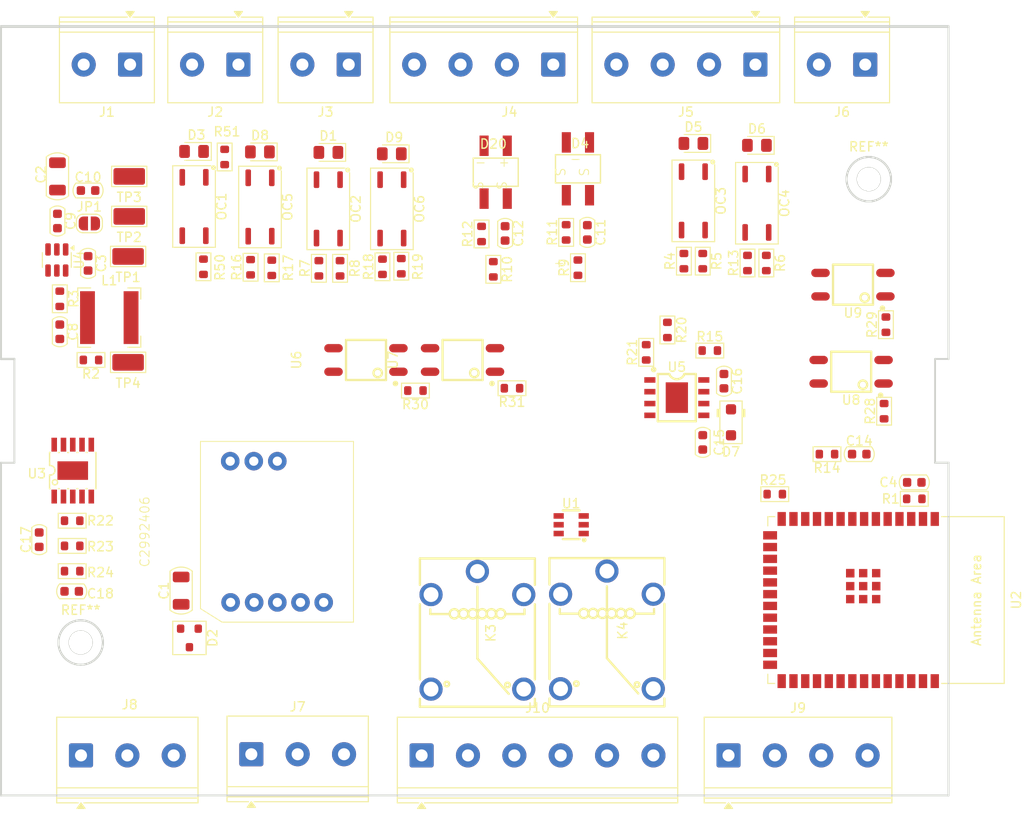
<source format=kicad_pcb>
(kicad_pcb (version 20241229) (generator "pcbnew") (generator_version "9.0")
  (title_block (title "Nivara Contrlols") (date "6/6/2025") (rev "1.0") (company "Electiva ITLA"))
  (layers (0 "F.Cu" signal) (2 "B.Cu" signal) (13 "F.Paste" user) (15 "B.Paste" user) (5 "F.SilkS" user "F.Silkscreen") (7 "B.SilkS" user "B.Silkscreen") (1 "F.Mask" user) (3 "B.Mask" user) (25 "Edge.Cuts" user))
  (net 0 "")
  (net 1 "GND")
  (net 2 "+3.3V")
  (net 3 "VCC")
  (net 4 "Net-(U2-EN)")
  (net 5 "/Board_NIVARA/NPN_input_1")
  (net 6 "/Board_NIVARA/NPN_input_2")
  (net 7 "/Board_NIVARA/PNP_input_2")
  (net 8 "/Board_NIVARA/PNP_input_1")
  (net 9 "/Board_NIVARA/Analog_0-10_input_1")
  (net 10 "/Board_NIVARA/Analog_0-32_input_1")
  (net 11 "/Board_NIVARA/Analog_4-20_input_1")
  (net 12 "/Board_NIVARA/RUN{slash}STOP")
  (net 13 "/Board_NIVARA/RS485-A")
  (net 14 "/Board_NIVARA/RS485-B")
  (net 15 "Net-(U4-BST)")
  (net 16 "/Board_NIVARA/Analog_4_20_OUT_1")
  (net 17 "/Board_NIVARA/PNP_OUT_1")
  (net 18 "/Board_NIVARA/PNP_OUT_2")
  (net 19 "/Board_NIVARA/NPN_OUT_1")
  (net 20 "/Board_NIVARA/NPN_OUT_2")
  (net 21 "/Board_NIVARA/RLY_1_COM")
  (net 22 "/Board_NIVARA/RLY_2_NO")
  (net 23 "/Board_NIVARA/RLY_2_NC")
  (net 24 "/Board_NIVARA/RLY_1_NO")
  (net 25 "/Board_NIVARA/RLY_1_NC")
  (net 26 "/Board_NIVARA/RLY_2_COM")
  (net 27 "Net-(U4-SW)")
  (net 28 "Net-(JP1-A)")
  (net 29 "Net-(U4-FB)")
  (net 30 "/Board_NIVARA/0v__10v_Module/D_0v__10v")
  (net 35 "Net-(D4--)")
  (net 36 "Net-(D20--)")
  (net 37 "/Board_NIVARA/0v__32v__module/D_0v__32v__")
  (net 39 "/Board_NIVARA/Driver_RS485/UART_OUT")
  (net 40 "/Board_NIVARA/Analog_0_10_OUT_1")
  (net 41 "/Board_NIVARA/Driver_RS485/UART_IN")
  (net 42 "Net-(U5-V5V)")
  (net 43 "Net-(U3-V5V)")
  (net 45 "Net-(U3-SET)")
  (net 46 "/Board_NIVARA/Driver_RS485/GPIO_control")
  (net 54 "Net-(D1-K)")
  (net 57 "Net-(D3-K)")
  (net 58 "Net-(D4-+)")
  (net 59 "Net-(D5-K)")
  (net 60 "Net-(D6-K)")
  (net 61 "Net-(D8-K)")
  (net 62 "Net-(D9-K)")
  (net 63 "Net-(D20-+)")
  (net 64 "/Board_NIVARA/+Digit_input_1_+")
  (net 65 "/Board_NIVARA/+Digit_input_2_+")
  (net 66 "/Analof_0_10_OUT_1")
  (net 67 "Net-(U1-1C)")
  (net 68 "Net-(U1-2C)")
  (net 69 "/Board_NIVARA/Input_NPN/NPN-Digit_input_1")
  (net 70 "/Board_NIVARA/Input_PNP/PNP_Digit_1")
  (net 71 "/Board_NIVARA/Digit_module/Digit_input1_--")
  (net 72 "/Board_NIVARA/Digit_module/Digit_input_2--")
  (net 73 "/Board_NIVARA/Input_NPN/NPN-Digit_input_2")
  (net 74 "/Board_NIVARA/Input_PNP/PNP_Digit_2")
  (net 75 "Net-(U5-SEL)")
  (net 76 "/Board_NIVARA/0mA__10mA_module/SCLK")
  (net 77 "/Board_NIVARA/0mA__10mA_module/SDA")
  (net 78 "/Board_NIVARA/Output_NPN/NPN_input_0")
  (net 79 "Net-(R28-Pad2)")
  (net 80 "/Board_NIVARA/Output_NPN/NPN_Input_1")
  (net 81 "Net-(R29-Pad2)")
  (net 82 "Net-(R30-Pad2)")
  (net 83 "/Board_NIVARA/Output_PNP/PNP_input_0")
  (net 84 "/Board_NIVARA/Output_PNP/PNP_input_1")
  (net 85 "Net-(R31-Pad2)")
  (net 86 "/Board_NIVARA/RLY_MODULE/ON_RLY_2")
  (net 87 "/Board_NIVARA/RLY_MODULE/ON_RLY_1")
  (net 90 "/Board_NIVARA/NPN-Digit_1")
  (net 91 "/Board_NIVARA/NPN-Digit_2")
  (footprint "PCM_Resistor_SMD_AKL:R_0603_1608Metric" (layer "F.Cu") (at 77.861 46.753 90)
    (property "Reference" "R12" (at 0 -1.5 90) (layer "F.SilkS"))
    (property "Value" "R_0603" (hide yes))
    (pad "1" smd roundrect (at -0.825 0 90) (size 0.8 0.95) (layers "F.Cu" "F.Mask" "F.Paste") (net 37 "/Board_NIVARA/0v__32v__module/D_0v__32v__"))
    (pad "2" smd roundrect (at 0.825 0 90) (size 0.8 0.95) (layers "F.Cu" "F.Mask" "F.Paste") (net 36 "Net-(D20--)"))
  )
  (footprint "PCM_Package_TO_SOT_SMD_AKL:SOT-23" (layer "F.Cu") (at 46.355 90.346 -90)
    (property "Reference" "D2" (at 0 -2.5 90) (layer "F.SilkS"))
    (property "Value" "SM712" (hide yes))
    (pad "1" smd roundrect (at -1 -0.95 270) (size 0.9 0.8) (layers "F.Cu" "F.Mask" "F.Paste") (net 1 "GND"))
    (pad "2" smd roundrect (at -1 0.95 270) (size 0.9 0.8) (layers "F.Cu" "F.Mask" "F.Paste") (net 2 "+3.3V"))
    (pad "3" smd roundrect (at 1 0 270) (size 0.9 0.8) (layers "F.Cu" "F.Mask" "F.Paste") (net 1 "GND"))
  )
  (footprint "TerminalBlock_Phoenix:TerminalBlock_Phoenix_PT-1,5-4-5.0-H_1x04_P5.00mm_Horizontal" (layer "F.Cu") (at 104.497 103.022)
    (property "Reference" "J9" (at 7.5 -5.12 0) (layer "F.SilkS"))
    (property "Value" "Screw_Terminal_4_P5.00mm")
    (pad "1" thru_hole roundrect (at 0 0) (size 2.6 2.6) (drill 1.3) (layers "*.Cu" "*.Mask") (roundrect_rratio 0.096154) (net 19 "/Board_NIVARA/NPN_OUT_1"))
    (pad "2" thru_hole circle (at 5 0) (size 2.6 2.6) (drill 1.3) (layers "*.Cu" "*.Mask") (net 20 "/Board_NIVARA/NPN_OUT_2"))
    (pad "3" thru_hole circle (at 10 0) (size 2.6 2.6) (drill 1.3) (layers "*.Cu" "*.Mask") (net 17 "/Board_NIVARA/PNP_OUT_1"))
    (pad "4" thru_hole circle (at 15 0) (size 2.6 2.6) (drill 1.3) (layers "*.Cu" "*.Mask") (net 18 "/Board_NIVARA/PNP_OUT_2"))
  )
  (footprint "Diode_SMD:D_0805_2012Metric_Pad1.15x1.40mm_HandSolder" (layer "F.Cu") (at 100.71 36.982 180)
    (property "Reference" "D5" (at 0 1.778 180) (layer "F.SilkS"))
    (property "Value" "DL4007")
    (pad "1" smd roundrect (at -1.025 0 180) (size 1.15 1.4) (layers "F.Cu" "F.Mask" "F.Paste") (roundrect_rratio 0.217391) (net 59 "Net-(D5-K)"))
    (pad "2" smd roundrect (at 1.025 0 180) (size 1.15 1.4) (layers "F.Cu" "F.Mask" "F.Paste") (roundrect_rratio 0.217391) (net 1 "GND"))
  )
  (footprint "PCM_Resistor_SMD_AKL:R_0603_1608Metric" (layer "F.Cu") (at 32.375 53.746 -90)
    (property "Reference" "R3" (at 0 -1.5 90) (layer "F.SilkS"))
    (property "Value" "R_0603" (hide yes))
    (pad "1" smd roundrect (at -0.825 0 270) (size 0.8 0.95) (layers "F.Cu" "F.Mask" "F.Paste") (net 29 "Net-(U4-FB)"))
    (pad "2" smd roundrect (at 0.825 0 270) (size 0.8 0.95) (layers "F.Cu" "F.Mask" "F.Paste") (net 1 "GND"))
  )
  (footprint "TerminalBlock_Phoenix:TerminalBlock_Phoenix_PT-1,5-2-5.0-H_1x02_P5.00mm_Horizontal" (layer "F.Cu") (at 119.243 28.4705 180)
    (property "Reference" "J6" (at 2.5 -5.12 0) (layer "F.SilkS"))
    (property "Value" "Screw_Terminal_2_P5.00mm")
    (pad "1" thru_hole roundrect (at 0 0 180) (size 2.6 2.6) (drill 1.3) (layers "*.Cu" "*.Mask") (roundrect_rratio 0.096154) (net 12 "/Board_NIVARA/RUN{slash}STOP"))
    (pad "2" thru_hole circle (at 5 0 180) (size 2.6 2.6) (drill 1.3) (layers "*.Cu" "*.Mask") (net 1 "GND"))
  )
  (footprint "PCM_Resistor_SMD_AKL:R_0603_1608Metric" (layer "F.Cu") (at 62.601 50.457 90)
    (property "Reference" "R8" (at 0 1.598 90) (layer "F.SilkS"))
    (property "Value" "R_0603" (hide yes))
    (pad "1" smd roundrect (at -0.825 0 90) (size 0.8 0.95) (layers "F.Cu" "F.Mask" "F.Paste") (net 70 "/Board_NIVARA/Input_PNP/PNP_Digit_1"))
    (pad "2" smd roundrect (at 0.825 0 90) (size 0.8 0.95) (layers "F.Cu" "F.Mask" "F.Paste") (net 1 "GND"))
  )
  (footprint "TerminalBlock_Phoenix:TerminalBlock_Phoenix_PT-1,5-6-5.0-H_1x06_P5.00mm_Horizontal" (layer "F.Cu") (at 71.397 103.022)
    (property "Reference" "J10" (at 12.5 -5.12 0) (layer "F.SilkS"))
    (property "Value" "Screw_Terminal_6_P5.00mm")
    (pad "1" thru_hole roundrect (at 0 0) (size 2.6 2.6) (drill 1.3) (layers "*.Cu" "*.Mask") (roundrect_rratio 0.096154) (net 25 "/Board_NIVARA/RLY_1_NC"))
    (pad "2" thru_hole circle (at 5 0) (size 2.6 2.6) (drill 1.3) (layers "*.Cu" "*.Mask") (net 21 "/Board_NIVARA/RLY_1_COM"))
    (pad "3" thru_hole circle (at 10 0) (size 2.6 2.6) (drill 1.3) (layers "*.Cu" "*.Mask") (net 24 "/Board_NIVARA/RLY_1_NO"))
    (pad "4" thru_hole circle (at 15 0) (size 2.6 2.6) (drill 1.3) (layers "*.Cu" "*.Mask") (net 23 "/Board_NIVARA/RLY_2_NC"))
    (pad "5" thru_hole circle (at 20 0) (size 2.6 2.6) (drill 1.3) (layers "*.Cu" "*.Mask") (net 26 "/Board_NIVARA/RLY_2_COM"))
    (pad "6" thru_hole circle (at 25 0) (size 2.6 2.6) (drill 1.3) (layers "*.Cu" "*.Mask") (net 22 "/Board_NIVARA/RLY_2_NO"))
  )
  (footprint "PCM_Capacitor_SMD_AKL:C_0603_1608Metric" (layer "F.Cu") (at 104.003 62.636 -90)
    (property "Reference" "C16" (at 0 -1.43 90) (layer "F.SilkS"))
    (property "Value" "C_0603" (hide yes))
    (pad "1" smd roundrect (at -0.775 0 270) (size 0.9 0.95) (layers "F.Cu" "F.Mask" "F.Paste") (net 42 "Net-(U5-V5V)"))
    (pad "2" smd roundrect (at 0.775 0 270) (size 0.9 0.95) (layers "F.Cu" "F.Mask" "F.Paste") (net 1 "GND"))
  )
  (footprint "PCM_Resistor_SMD_AKL:R_0603_1608Metric" (layer "F.Cu") (at 99.685 49.682 90)
    (property "Reference" "R4" (at 0 -1.5 90) (layer "F.SilkS"))
    (property "Value" "R_0603" (hide yes))
    (pad "1" smd roundrect (at -0.825 0 90) (size 0.8 0.95) (layers "F.Cu" "F.Mask" "F.Paste") (net 64 "/Board_NIVARA/+Digit_input_1_+"))
    (pad "2" smd roundrect (at 0.825 0 90) (size 0.8 0.95) (layers "F.Cu" "F.Mask" "F.Paste") (net 59 "Net-(D5-K)"))
  )
  (footprint "PCM_Resistor_SMD_AKL:R_0603_1608Metric" (layer "F.Cu") (at 33.708 77.696)
    (property "Reference" "R22" (at 3.048 0 0) (layer "F.SilkS"))
    (property "Value" "R_0603" (hide yes))
    (pad "1" smd roundrect (at -0.825 0) (size 0.8 0.95) (layers "F.Cu" "F.Mask" "F.Paste") (net 77 "/Board_NIVARA/0mA__10mA_module/SDA"))
    (pad "2" smd roundrect (at 0.825 0) (size 0.8 0.95) (layers "F.Cu" "F.Mask" "F.Paste") (net 2 "+3.3V"))
  )
  (footprint "EastEDA:LK1802" (layer "F.Cu") (at 87.529 78.13)
    (property "Reference" "U1" (at 0 -2.286 0) (layer "F.SilkS"))
    (property "Value" "LK1802")
    (pad "1" smd rect (at 1.35 0.95) (size 1.1 0.6) (layers "F.Cu" "F.Mask" "F.Paste") (net 67 "Net-(U1-1C)"))
    (pad "2" smd rect (at 1.35 0) (size 1.1 0.6) (layers "F.Cu" "F.Mask" "F.Paste") (net 1 "GND"))
    (pad "3" smd rect (at 1.35 -0.95) (size 1.1 0.6) (layers "F.Cu" "F.Mask" "F.Paste") (net 87 "/Board_NIVARA/RLY_MODULE/ON_RLY_1"))
    (pad "4" smd rect (at -1.35 -0.95) (size 1.1 0.6) (layers "F.Cu" "F.Mask" "F.Paste") (net 86 "/Board_NIVARA/RLY_MODULE/ON_RLY_2"))
    (pad "5" smd rect (at -1.35 0) (size 1.1 0.6) (layers "F.Cu" "F.Mask" "F.Paste") (net 2 "+3.3V"))
    (pad "6" smd rect (at -1.35 0.95) (size 1.1 0.6) (layers "F.Cu" "F.Mask" "F.Paste") (net 68 "Net-(U1-2C)"))
  )
  (footprint "EastEDA:GAQY211G2s" (layer "F.Cu") (at 65.395 60.35 90)
    (property "Reference" "U6" (at 0 -7.5 90) (layer "F.SilkS"))
    (property "Value" "GAQY211G2S")
    (pad "1" smd oval (at -1.27 3.5 90) (size 0.9 2) (layers "F.Cu" "F.Mask" "F.Paste") (net 82 "Net-(R30-Pad2)"))
    (pad "2" smd oval (at 1.27 3.5 90) (size 0.9 2) (layers "F.Cu" "F.Mask" "F.Paste") (net 1 "GND"))
    (pad "3" smd oval (at 1.27 -3.5 90) (size 0.9 2) (layers "F.Cu" "F.Mask" "F.Paste") (net 17 "/Board_NIVARA/PNP_OUT_1"))
    (pad "4" smd oval (at -1.27 -3.5 90) (size 0.9 2) (layers "F.Cu" "F.Mask" "F.Paste") (net 3 "VCC"))
  )
  (footprint "PCM_Capacitor_SMD_AKL:C_1206_3216Metric" (layer "F.Cu") (at 45.461 85.242 90)
    (property "Reference" "C1" (at 0 -1.85 90) (layer "F.SilkS"))
    (property "Value" "C_1206" (hide yes))
    (pad "1" smd roundrect (at -1.475 0 90) (size 1.15 1.8) (layers "F.Cu" "F.Mask" "F.Paste") (roundrect_rratio 0.217391) (net 2 "+3.3V"))
    (pad "2" smd roundrect (at 1.475 0 90) (size 1.15 1.8) (layers "F.Cu" "F.Mask" "F.Paste") (roundrect_rratio 0.217391) (net 1 "GND"))
  )
  (footprint "Inductor_SMD:L_Bourns-SRN6028" (layer "F.Cu") (at 37.709 55.778 180)
    (property "Reference" "L1" (at 0 4 0) (layer "F.SilkS"))
    (property "Value" "L_Iron")
    (pad "1" smd rect (at -2.35 0 180) (size 1.6 5.7) (layers "F.Cu" "F.Mask" "F.Paste") (net 27 "Net-(U4-SW)"))
    (pad "2" smd rect (at 2.35 0 180) (size 1.6 5.7) (layers "F.Cu" "F.Mask" "F.Paste") (net 28 "Net-(JP1-A)"))
  )
  (footprint "TestPoint:TestPoint_Keystone_5015_Micro_Mini" (layer "F.Cu") (at 39.862 44.856 180)
    (property "Reference" "TP2" (at 0 -2.25 0) (layer "F.SilkS"))
    (property "Value" "TestPoint")
    (pad "1" smd roundrect (at 0 0 180) (size 3.4 1.8) (layers "F.Cu" "F.Mask" "F.Paste") (roundrect_rratio 0.1388888889) (net 29 "Net-(U4-FB)"))
  )
  (footprint "Package_TO_SOT_SMD:TSOT-23-6" (layer "F.Cu") (at 32.055 49.5605 -90)
    (property "Reference" "U4" (at 0 -2.4 90) (layer "F.SilkS"))
    (property "Value" "AP63203WU")
    (pad "1" smd roundrect (at -1.1375 -0.95 270) (size 1.325 0.6) (layers "F.Cu" "F.Mask" "F.Paste") (net 29 "Net-(U4-FB)"))
    (pad "2" smd roundrect (at -1.1375 0 270) (size 1.325 0.6) (layers "F.Cu" "F.Mask" "F.Paste") (net 3 "VCC"))
    (pad "3" smd roundrect (at -1.1375 0.95 270) (size 1.325 0.6) (layers "F.Cu" "F.Mask" "F.Paste") (net 3 "VCC"))
    (pad "4" smd roundrect (at 1.1375 0.95 270) (size 1.325 0.6) (layers "F.Cu" "F.Mask" "F.Paste") (net 1 "GND"))
    (pad "5" smd roundrect (at 1.1375 0 270) (size 1.325 0.6) (layers "F.Cu" "F.Mask" "F.Paste") (net 27 "Net-(U4-SW)"))
    (pad "6" smd roundrect (at 1.1375 -0.95 270) (size 1.325 0.6) (layers "F.Cu" "F.Mask" "F.Paste") (net 15 "Net-(U4-BST)"))
  )
  (footprint "PCM_Resistor_SMD_AKL:R_0603_1608Metric" (layer "F.Cu") (at 69.205 50.229 90)
    (property "Reference" "R19" (at -0.063 1.778 270) (layer "F.SilkS"))
    (property "Value" "R_0603" (hide yes))
    (pad "1" smd roundrect (at -0.825 0 90) (size 0.8 0.95) (layers "F.Cu" "F.Mask" "F.Paste") (net 74 "/Board_NIVARA/Input_PNP/PNP_Digit_2"))
    (pad "2" smd roundrect (at 0.825 0 90) (size 0.8 0.95) (layers "F.Cu" "F.Mask" "F.Paste") (net 1 "GND"))
  )
  (footprint "PCM_Resistor_SMD_AKL:R_0603_1608Metric" (layer "F.Cu") (at 50.155 38.443 -90)
    (property "Reference" "R51" (at -2.731 -0.254 180) (layer "F.SilkS"))
    (property "Value" "R_0603" (hide yes))
    (pad "1" smd roundrect (at -0.825 0 270) (size 0.8 0.95) (layers "F.Cu" "F.Mask" "F.Paste") (net 5 "/Board_NIVARA/NPN_input_1"))
    (pad "2" smd roundrect (at 0.825 0 270) (size 0.8 0.95) (layers "F.Cu" "F.Mask" "F.Paste") (net 57 "Net-(D3-K)"))
  )
  (footprint "PCM_Resistor_SMD_AKL:R_0603_1608Metric" (layer "F.Cu") (at 97.907 57.111 90)
    (property "Reference" "R20" (at 0 1.524 90) (layer "F.SilkS"))
    (property "Value" "R_0603" (hide yes))
    (pad "1" smd roundrect (at -0.825 0 90) (size 0.8 0.95) (layers "F.Cu" "F.Mask" "F.Paste") (net 76 "/Board_NIVARA/0mA__10mA_module/SCLK"))
    (pad "2" smd roundrect (at 0.825 0 90) (size 0.8 0.95) (layers "F.Cu" "F.Mask" "F.Paste") (net 2 "+3.3V"))
  )
  (footprint "EastEDA:GAQY211G2s" (layer "F.Cu") (at 117.917 52.222 90)
    (property "Reference" "U9" (at -3.048 0 0) (layer "F.SilkS"))
    (property "Value" "GAQY211G2S")
    (pad "1" smd oval (at -1.27 3.5 90) (size 0.9 2) (layers "F.Cu" "F.Mask" "F.Paste") (net 81 "Net-(R29-Pad2)"))
    (pad "2" smd oval (at 1.27 3.5 90) (size 0.9 2) (layers "F.Cu" "F.Mask" "F.Paste") (net 1 "GND"))
    (pad "3" smd oval (at 1.27 -3.5 90) (size 0.9 2) (layers "F.Cu" "F.Mask" "F.Paste") (net 1 "GND"))
    (pad "4" smd oval (at -1.27 -3.5 90) (size 0.9 2) (layers "F.Cu" "F.Mask" "F.Paste") (net 20 "/Board_NIVARA/NPN_OUT_2"))
  )
  (footprint "EastEDA:GAQY211G2s" (layer "F.Cu") (at 75.809 60.35 90)
    (property "Reference" "U7" (at 0 -7.5 90) (layer "F.SilkS"))
    (property "Value" "GAQY211G2S")
    (pad "1" smd oval (at -1.27 3.5 90) (size 0.9 2) (layers "F.Cu" "F.Mask" "F.Paste") (net 85 "Net-(R31-Pad2)"))
    (pad "2" smd oval (at 1.27 3.5 90) (size 0.9 2) (layers "F.Cu" "F.Mask" "F.Paste") (net 1 "GND"))
    (pad "3" smd oval (at 1.27 -3.5 90) (size 0.9 2) (layers "F.Cu" "F.Mask" "F.Paste") (net 18 "/Board_NIVARA/PNP_OUT_2"))
    (pad "4" smd oval (at -1.27 -3.5 90) (size 0.9 2) (layers "F.Cu" "F.Mask" "F.Paste") (net 3 "VCC"))
  )
  (footprint "PCM_Resistor_SMD_AKL:R_0603_1608Metric" (layer "F.Cu") (at 70.729 63.652 180)
    (property "Reference" "R30" (at 0 -1.5 0) (layer "F.SilkS"))
    (property "Value" "R_0603" (hide yes))
    (pad "1" smd roundrect (at -0.825 0 180) (size 0.8 0.95) (layers "F.Cu" "F.Mask" "F.Paste") (net 83 "/Board_NIVARA/Output_PNP/PNP_input_0"))
    (pad "2" smd roundrect (at 0.825 0 180) (size 0.8 0.95) (layers "F.Cu" "F.Mask" "F.Paste") (net 82 "Net-(R30-Pad2)"))
  )
  (footprint "PCM_Resistor_SMD_AKL:R_0603_1608Metric" (layer "F.Cu") (at 88.255 50.388 90)
    (property "Reference" "R9" (at 0 -1.5 90) (layer "F.SilkS"))
    (property "Value" "R_0603" (hide yes))
    (pad "1" smd roundrect (at -0.825 0 90) (size 0.8 0.95) (layers "F.Cu" "F.Mask" "F.Paste") (net 58 "Net-(D4-+)"))
    (pad "2" smd roundrect (at 0.825 0 90) (size 0.8 0.95) (layers "F.Cu" "F.Mask" "F.Paste") (net 30 "/Board_NIVARA/0v__10v_Module/D_0v__10v"))
  )
  (footprint "PCM_Resistor_SMD_AKL:R_0603_1608Metric" (layer "F.Cu") (at 109.484 74.828 180)
    (property "Reference" "R25" (at 0.191 1.524 0) (layer "F.SilkS"))
    (property "Value" "R_0603" (hide yes))
    (pad "1" smd roundrect (at -0.825 0 180) (size 0.8 0.95) (layers "F.Cu" "F.Mask" "F.Paste") (net 2 "+3.3V"))
    (pad "2" smd roundrect (at 0.825 0 180) (size 0.8 0.95) (layers "F.Cu" "F.Mask" "F.Paste") (net 12 "/Board_NIVARA/RUN{slash}STOP"))
  )
  (footprint "PCM_Resistor_SMD_AKL:R_0603_1608Metric" (layer "F.Cu") (at 86.985 46.578 90)
    (property "Reference" "R11" (at 0 -1.5 90) (layer "F.SilkS"))
    (property "Value" "R_0603" (hide yes))
    (pad "1" smd roundrect (at -0.825 0 90) (size 0.8 0.95) (layers "F.Cu" "F.Mask" "F.Paste") (net 30 "/Board_NIVARA/0v__10v_Module/D_0v__10v"))
    (pad "2" smd roundrect (at 0.825 0 90) (size 0.8 0.95) (layers "F.Cu" "F.Mask" "F.Paste") (net 35 "Net-(D4--)"))
  )
  (footprint "PCM_Capacitor_SMD_AKL:C_0603_1608Metric" (layer "F.Cu") (at 80.401 46.69 -90)
    (property "Reference" "C12" (at 0 -1.43 90) (layer "F.SilkS"))
    (property "Value" "C_0603" (hide yes))
    (pad "1" smd roundrect (at -0.775 0 270) (size 0.9 0.95) (layers "F.Cu" "F.Mask" "F.Paste") (net 36 "Net-(D20--)"))
    (pad "2" smd roundrect (at 0.775 0 270) (size 0.9 0.95) (layers "F.Cu" "F.Mask" "F.Paste") (net 37 "/Board_NIVARA/0v__32v__module/D_0v__32v__"))
  )
  (footprint "PCM_Resistor_SMD_AKL:R_0603_1608Metric" (layer "F.Cu") (at 106.543 49.886 90)
    (property "Reference" "R13" (at 0 -1.5 90) (layer "F.SilkS"))
    (property "Value" "R_0603" (hide yes))
    (pad "1" smd roundrect (at -0.825 0 90) (size 0.8 0.95) (layers "F.Cu" "F.Mask" "F.Paste") (net 2 "+3.3V"))
    (pad "2" smd roundrect (at 0.825 0 90) (size 0.8 0.95) (layers "F.Cu" "F.Mask" "F.Paste") (net 72 "/Board_NIVARA/Digit_module/Digit_input_2--"))
  )
  (footprint "PCM_Resistor_SMD_AKL:R_0603_1608Metric" (layer "F.Cu") (at 35.74 60.35 180)
    (property "Reference" "R2" (at 0 -1.5 0) (layer "F.SilkS"))
    (property "Value" "R_0603" (hide yes))
    (pad "1" smd roundrect (at -0.825 0 180) (size 0.8 0.95) (layers "F.Cu" "F.Mask" "F.Paste") (net 28 "Net-(JP1-A)"))
    (pad "2" smd roundrect (at 0.825 0 180) (size 0.8 0.95) (layers "F.Cu" "F.Mask" "F.Paste") (net 29 "Net-(U4-FB)"))
  )
  (footprint "MountingHole:MountingHole_2.5mm" (layer "F.Cu") (at 34.625 90.84)
    (property "Reference" "REF**" (at 0 -3.5 0) (layer "F.SilkS"))
    (property "Value" "MountingHole_2.5mm")
    (pad "" np_thru_hole circle (at 0 0) (size 2.5 2.5) (drill 2.5) (layers "*.Cu" "*.Mask"))
  )
  (footprint "PCM_Resistor_SMD_AKL:R_0603_1608Metric" (layer "F.Cu") (at 102.479 59.334)
    (property "Reference" "R15" (at 0 -1.5 0) (layer "F.SilkS"))
    (property "Value" "R_0603" (hide yes))
    (pad "1" smd roundrect (at -0.825 0) (size 0.8 0.95) (layers "F.Cu" "F.Mask" "F.Paste") (net 75 "Net-(U5-SEL)"))
    (pad "2" smd roundrect (at 0.825 0) (size 0.8 0.95) (layers "F.Cu" "F.Mask" "F.Paste") (net 42 "Net-(U5-V5V)"))
  )
  (footprint "Diode_SMD:D_0805_2012Metric_Pad1.15x1.40mm_HandSolder" (layer "F.Cu") (at 68.18 38.1 180)
    (property "Reference" "D9" (at -0.254 1.778 0) (layer "F.SilkS"))
    (property "Value" "DL4007")
    (pad "1" smd roundrect (at -1.025 0 180) (size 1.15 1.4) (layers "F.Cu" "F.Mask" "F.Paste") (roundrect_rratio 0.217391) (net 62 "Net-(D9-K)"))
    (pad "2" smd roundrect (at 1.025 0 180) (size 1.15 1.4) (layers "F.Cu" "F.Mask" "F.Paste") (roundrect_rratio 0.217391) (net 1 "GND"))
  )
  (footprint "PCM_Resistor_SMD_AKL:R_0603_1608Metric" (layer "F.Cu") (at 33.708 83.136)
    (property "Reference" "R24" (at 3.048 0.148 0) (layer "F.SilkS"))
    (property "Value" "R_0603" (hide yes))
    (pad "1" smd roundrect (at -0.825 0) (size 0.8 0.95) (layers "F.Cu" "F.Mask" "F.Paste") (net 1 "GND"))
    (pad "2" smd roundrect (at 0.825 0) (size 0.8 0.95) (layers "F.Cu" "F.Mask" "F.Paste") (net 45 "Net-(U3-SET)"))
  )
  (footprint "EastEDA:MBF-SMD_L4.7-W3.8-P2.50-LS6.8-BL" (layer "F.Cu") (at 88.255 39.72)
    (property "Reference" "D4" (at 0.234 -2.738 0) (layer "F.SilkS"))
    (property "Value" "MB24F_C7427849")
    (fp_text user "+" (at -2.703 10.143 180) (layer "F.SilkS") (effects (font (thickness 0.1)) (justify left)))
    (fp_text user "-" (at -0.94 -1.08 180) (layer "F.SilkS") (effects (font (thickness 0.1)) (justify left)))
    (fp_text user "S" (at 0.69 0.89 270) (layer "F.SilkS") (effects (font (thickness 0.1)) (justify left)))
    (fp_text user "S" (at -1.85 0.89 270) (layer "F.SilkS") (effects (font (thickness 0.1)) (justify left)))
    (pad "1" smd rect (at -1.25 2.85) (size 0.98 2.21) (layers "F.Cu" "F.Mask" "F.Paste") (net 35 "Net-(D4--)"))
    (pad "2" smd rect (at 1.25 2.85) (size 0.98 2.21) (layers "F.Cu" "F.Mask" "F.Paste") (net 58 "Net-(D4-+)"))
    (pad "3" smd rect (at 1.25 -2.85) (size 0.98 2.21) (layers "F.Cu" "F.Mask" "F.Paste") (net 9 "/Board_NIVARA/Analog_0-10_input_1"))
    (pad "4" smd rect (at -1.25 -2.85) (size 0.98 2.21) (layers "F.Cu" "F.Mask" "F.Paste") (net 1 "GND"))
  )
  (footprint "EastEDA:GP8303-TC50-EW" (layer "F.Cu") (at 98.923 64.414 -90)
    (property "Reference" "U5" (at -3.302 0 180) (layer "F.SilkS"))
    (property "Value" "GP8201S-TC50-EW")
    (pad "1" smd rect (at -1.91 2.91 270) (size 0.6 1.2) (layers "F.Cu" "F.Mask" "F.Paste") (net 76 "/Board_NIVARA/0mA__10mA_module/SCLK"))
    (pad "2" smd rect (at -0.64 2.91 270) (size 0.6 1.2) (layers "F.Cu" "F.Mask" "F.Paste") (net 77 "/Board_NIVARA/0mA__10mA_module/SDA"))
    (pad "3" smd rect (at 0.64 2.91 270) (size 0.6 1.2) (layers "F.Cu" "F.Mask" "F.Paste"))
    (pad "4" smd rect (at 1.91 2.91 270) (size 0.6 1.2) (layers "F.Cu" "F.Mask" "F.Paste") (net 3 "VCC"))
    (pad "5" smd rect (at 1.91 -2.91 270) (size 0.6 1.2) (layers "F.Cu" "F.Mask" "F.Paste") (net 1 "GND"))
    (pad "6" smd rect (at 0.64 -2.91 270) (size 0.6 1.2) (layers "F.Cu" "F.Mask" "F.Paste") (net 40 "/Board_NIVARA/Analog_0_10_OUT_1"))
    (pad "7" smd rect (at -0.64 -2.91 270) (size 0.6 1.2) (layers "F.Cu" "F.Mask" "F.Paste") (net 75 "Net-(U5-SEL)"))
    (pad "8" smd rect (at -1.91 -2.91 270) (size 0.6 1.2) (layers "F.Cu" "F.Mask" "F.Paste") (net 42 "Net-(U5-V5V)"))
    (pad "9" smd rect (at 0 0 90) (size 3.3 2.4) (layers "F.Cu" "F.Mask" "F.Paste"))
  )
  (footprint "PCM_Package_SO_AKL:SO-4_4.4x3.9mm_P2.54mm" (layer "F.Cu") (at 61.331 44.044 -90)
    (property "Reference" "OC2" (at 0 -2.9775 90) (layer "F.SilkS"))
    (property "Value" "LTV-357T-B" (hide yes))
    (pad "1" smd roundrect (at -3.15 -1.27 270) (size 1.8 0.6) (layers "F.Cu" "F.Mask" "F.Paste") (net 54 "Net-(D1-K)"))
    (pad "2" smd roundrect (at -3.15 1.27 270) (size 1.8 0.6) (layers "F.Cu" "F.Mask" "F.Paste") (net 1 "GND"))
    (pad "3" smd roundrect (at 3.15 1.27 270) (size 1.8 0.6) (layers "F.Cu" "F.Mask" "F.Paste") (net 70 "/Board_NIVARA/Input_PNP/PNP_Digit_1"))
    (pad "4" smd roundrect (at 3.15 -1.27 270) (size 1.8 0.6) (layers "F.Cu" "F.Mask" "F.Paste") (net 2 "+3.3V"))
  )
  (footprint "PCM_Capacitor_SMD_AKL:C_0603_1608Metric" (layer "F.Cu") (at 35.423 49.923 -90)
    (property "Reference" "C3" (at 0 -1.43 90) (layer "F.SilkS"))
    (property "Value" "C_0603" (hide yes))
    (pad "1" smd roundrect (at -0.775 0 270) (size 0.9 0.95) (layers "F.Cu" "F.Mask" "F.Paste") (net 27 "Net-(U4-SW)"))
    (pad "2" smd roundrect (at 0.775 0 270) (size 0.9 0.95) (layers "F.Cu" "F.Mask" "F.Paste") (net 15 "Net-(U4-BST)"))
  )
  (footprint "PCM_Package_SO_AKL:SO-4_4.4x3.9mm_P2.54mm" (layer "F.Cu") (at 68.189 44.044 -90)
    (property "Reference" "OC6" (at 0 -2.9775 90) (layer "F.SilkS"))
    (property "Value" "LTV-357T-B" (hide yes))
    (pad "1" smd roundrect (at -3.15 -1.27 270) (size 1.8 0.6) (layers "F.Cu" "F.Mask" "F.Paste") (net 62 "Net-(D9-K)"))
    (pad "2" smd roundrect (at -3.15 1.27 270) (size 1.8 0.6) (layers "F.Cu" "F.Mask" "F.Paste") (net 1 "GND"))
    (pad "3" smd roundrect (at 3.15 1.27 270) (size 1.8 0.6) (layers "F.Cu" "F.Mask" "F.Paste") (net 74 "/Board_NIVARA/Input_PNP/PNP_Digit_2"))
    (pad "4" smd roundrect (at 3.15 -1.27 270) (size 1.8 0.6) (layers "F.Cu" "F.Mask" "F.Paste") (net 2 "+3.3V"))
  )
  (footprint "PCM_Resistor_SMD_AKL:R_0603_1608Metric" (layer "F.Cu") (at 67.173 50.292 90)
    (property "Reference" "R18" (at 0 -1.5 90) (layer "F.SilkS"))
    (property "Value" "R_0603" (hide yes))
    (pad "1" smd roundrect (at -0.825 0 90) (size 0.8 0.95) (layers "F.Cu" "F.Mask" "F.Paste") (net 7 "/Board_NIVARA/PNP_input_2"))
    (pad "2" smd roundrect (at 0.825 0 90) (size 0.8 0.95) (layers "F.Cu" "F.Mask" "F.Paste") (net 62 "Net-(D9-K)"))
  )
  (footprint "TerminalBlock_Phoenix:TerminalBlock_Phoenix_PT-1,5-3-5.0-H_1x03_P5.00mm_Horizontal" (layer "F.Cu") (at 34.661 103.022)
    (property "Reference" "J8" (at 5.254 -5.473 0) (layer "F.SilkS"))
    (property "Value" "Screw_Terminal_3_P5.00mm")
    (pad "1" thru_hole roundrect (at 0 0) (size 2.6 2.6) (drill 1.3) (layers "*.Cu" "*.Mask") (roundrect_rratio 0.096154) (net 66 "/Analof_0_10_OUT_1"))
    (pad "2" thru_hole circle (at 5 0) (size 2.6 2.6) (drill 1.3) (layers "*.Cu" "*.Mask") (net 16 "/Board_NIVARA/Analog_4_20_OUT_1"))
    (pad "3" thru_hole circle (at 10 0) (size 2.6 2.6) (drill 1.3) (layers "*.Cu" "*.Mask") (net 1 "GND"))
  )
  (footprint "EastEDA:GAQY211G2s" (layer "F.Cu") (at 117.719 61.62 90)
    (property "Reference" "U8" (at -3.048 0 0) (layer "F.SilkS"))
    (property "Value" "GAQY211G2S")
    (pad "1" smd oval (at -1.27 3.5 90) (size 0.9 2) (layers "F.Cu" "F.Mask" "F.Paste") (net 79 "Net-(R28-Pad2)"))
    (pad "2" smd oval (at 1.27 3.5 90) (size 0.9 2) (layers "F.Cu" "F.Mask" "F.Paste") (net 1 "GND"))
    (pad "3" smd oval (at 1.27 -3.5 90) (size 0.9 2) (layers "F.Cu" "F.Mask" "F.Paste") (net 1 "GND"))
    (pad "4" smd oval (at -1.27 -3.5 90) (size 0.9 2) (layers "F.Cu" "F.Mask" "F.Paste") (net 19 "/Board_NIVARA/NPN_OUT_1"))
  )
  (footprint "PCM_Resistor_SMD_AKL:R_0603_1608Metric" (layer "F.Cu") (at 108.575 49.886 -90)
    (property "Reference" "R6" (at 0 -1.5 90) (layer "F.SilkS"))
    (property "Value" "R_0603" (hide yes))
    (pad "1" smd roundrect (at -0.825 0 270) (size 0.8 0.95) (layers "F.Cu" "F.Mask" "F.Paste") (net 65 "/Board_NIVARA/+Digit_input_2_+"))
    (pad "2" smd roundrect (at 0.825 0 270) (size 0.8 0.95) (layers "F.Cu" "F.Mask" "F.Paste") (net 60 "Net-(D6-K)"))
  )
  (footprint "TestPoint:TestPoint_Keystone_5015_Micro_Mini" (layer "F.Cu") (at 39.741 60.604 180)
    (property "Reference" "TP4" (at 0 -2.25 0) (layer "F.SilkS"))
    (property "Value" "TestPoint")
    (pad "1" smd roundrect (at 0 0 180) (size 3.4 1.8) (layers "F.Cu" "F.Mask" "F.Paste") (roundrect_rratio 0.1388888889) (net 2 "+3.3V"))
  )
  (footprint "PCM_Resistor_SMD_AKL:R_0603_1608Metric" (layer "F.Cu") (at 115.116 70.51 180)
    (property "Reference" "R14" (at 0 -1.5 0) (layer "F.SilkS"))
    (property "Value" "R_0603" (hide yes))
    (pad "1" smd roundrect (at -0.825 0 180) (size 0.8 0.95) (layers "F.Cu" "F.Mask" "F.Paste") (net 11 "/Board_NIVARA/Analog_4-20_input_1"))
    (pad "2" smd roundrect (at 0.825 0 180) (size 0.8 0.95) (layers "F.Cu" "F.Mask" "F.Paste") (net 1 "GND"))
  )
  (footprint "PCM_Package_SO_AKL:SO-4_4.4x3.9mm_P2.54mm" (layer "F.Cu") (at 100.701 43.18 -90)
    (property "Reference" "OC3" (at 0 -2.9775 90) (layer "F.SilkS"))
    (property "Value" "LTV-357T-B" (hide yes))
    (pad "1" smd roundrect (at -3.15 -1.27 270) (size 1.8 0.6) (layers "F.Cu" "F.Mask" "F.Paste") (net 59 "Net-(D5-K)"))
    (pad "2" smd roundrect (at -3.15 1.27 270) (size 1.8 0.6) (layers "F.Cu" "F.Mask" "F.Paste") (net 1 "GND"))
    (pad "3" smd roundrect (at 3.15 1.27 270) (size 1.8 0.6) (layers "F.Cu" "F.Mask" "F.Paste") (net 1 "GND"))
    (pad "4" smd roundrect (at 3.15 -1.27 270) (size 1.8 0.6) (layers "F.Cu" "F.Mask" "F.Paste") (net 71 "/Board_NIVARA/Digit_module/Digit_input1_--"))
  )
  (footprint "PCM_Capacitor_SMD_AKL:C_0603_1608Metric" (layer "F.Cu") (at 118.596 70.51)
    (property "Reference" "C14" (at 0 -1.43 0) (layer "F.SilkS"))
    (property "Value" "C_0603" (hide yes))
    (pad "1" smd roundrect (at -0.775 0) (size 0.9 0.95) (layers "F.Cu" "F.Mask" "F.Paste") (net 1 "GND"))
    (pad "2" smd roundrect (at 0.775 0) (size 0.9 0.95) (layers "F.Cu" "F.Mask" "F.Paste") (net 11 "/Board_NIVARA/Analog_4-20_input_1"))
  )
  (footprint "TerminalBlock_Phoenix:TerminalBlock_Phoenix_PT-1,5-2-5.0-H_1x02_P5.00mm_Horizontal" (layer "F.Cu") (at 39.955 28.4705 180)
    (property "Reference" "J1" (at 2.5 -5.12 0) (layer "F.SilkS"))
    (property "Value" "Screw_Terminal_2_P5.00mm")
    (pad "1" thru_hole roundrect (at 0 0 180) (size 2.6 2.6) (drill 1.3) (layers "*.Cu" "*.Mask") (roundrect_rratio 0.096154) (net 1 "GND"))
    (pad "2" thru_hole circle (at 5 0 180) (size 2.6 2.6) (drill 1.3) (layers "*.Cu" "*.Mask") (net 3 "VCC"))
  )
  (footprint "Diode_SMD:D_0805_2012Metric_Pad1.15x1.40mm_HandSolder" (layer "F.Cu") (at 53.956 37.896 180)
    (property "Reference" "D8" (at -0.009 1.778 0) (layer "F.SilkS"))
    (property "Value" "DL4007")
    (pad "1" smd roundrect (at -1.025 0 180) (size 1.15 1.4) (layers "F.Cu" "F.Mask" "F.Paste") (roundrect_rratio 0.217391) (net 61 "Net-(D8-K)"))
    (pad "2" smd roundrect (at 1.025 0 180) (size 1.15 1.4) (layers "F.Cu" "F.Mask" "F.Paste") (roundrect_rratio 0.217391) (net 1 "GND"))
  )
  (footprint "PCM_Resistor_SMD_AKL:R_0603_1608Metric" (layer "F.Cu") (at 95.621 59.525 90)
    (property "Reference" "R21" (at 0 -1.5 90) (layer "F.SilkS"))
    (property "Value" "R_0603" (hide yes))
    (pad "1" smd roundrect (at -0.825 0 90) (size 0.8 0.95) (layers "F.Cu" "F.Mask" "F.Paste") (net 77 "/Board_NIVARA/0mA__10mA_module/SDA"))
    (pad "2" smd roundrect (at 0.825 0 90) (size 0.8 0.95) (layers "F.Cu" "F.Mask" "F.Paste") (net 2 "+3.3V"))
  )
  (footprint "PCM_Resistor_SMD_AKL:R_0603_1608Metric" (layer "F.Cu") (at 55.235 50.405 90)
    (property "Reference" "R17" (at 0 1.778 270) (layer "F.SilkS"))
    (property "Value" "R_0603" (hide yes))
    (pad "1" smd roundrect (at -0.825 0 90) (size 0.8 0.95) (layers "F.Cu" "F.Mask" "F.Paste") (net 2 "+3.3V"))
    (pad "2" smd roundrect (at 0.825 0 90) (size 0.8 0.95) (layers "F.Cu" "F.Mask" "F.Paste") (net 73 "/Board_NIVARA/Input_NPN/NPN-Digit_input_2"))
  )
  (footprint "PCM_Resistor_SMD_AKL:R_0603_1608Metric" (layer "F.Cu") (at 101.717 49.682 -90)
    (property "Reference" "R5" (at 0 -1.5 90) (layer "F.SilkS"))
    (property "Value" "R_0603" (hide yes))
    (pad "1" smd roundrect (at -0.825 0 270) (size 0.8 0.95) (layers "F.Cu" "F.Mask" "F.Paste") (net 2 "+3.3V"))
    (pad "2" smd roundrect (at 0.825 0 270) (size 0.8 0.95) (layers "F.Cu" "F.Mask" "F.Paste") (net 71 "/Board_NIVARA/Digit_module/Digit_input1_--"))
  )
  (footprint "PCM_Capacitor_SMD_AKL:C_0603_1608Metric" (layer "F.Cu") (at 101.717 69.24 90)
    (property "Reference" "C15" (at 0 1.778 270) (layer "F.SilkS"))
    (property "Value" "C_0603" (hide yes))
    (pad "1" smd roundrect (at -0.775 0 90) (size 0.9 0.95) (layers "F.Cu" "F.Mask" "F.Paste") (net 1 "GND"))
    (pad "2" smd roundrect (at 0.775 0 90) (size 0.9 0.95) (layers "F.Cu" "F.Mask" "F.Paste") (net 40 "/Board_NIVARA/Analog_0_10_OUT_1"))
  )
  (footprint "EastEDA:RELAY-TH_SRA-X-CX" (layer "F.Cu") (at 91.383 89.48 -90)
    (property "Reference" "K4" (at 0.08 -1.698 90) (layer "F.SilkS"))
    (property "Value" "SRA-24VDC-CL")
    (pad "1" thru_hole circle (at 6.35 5 270) (size 2.5 2.5) (drill 1.599997) (layers "*.Cu" "*.Mask") (net 26 "/Board_NIVARA/RLY_2_COM"))
    (pad "2" thru_hole circle (at 6.35 -5 270) (size 2.5 2.5) (drill 1.599997) (layers "*.Cu" "*.Mask") (net 23 "/Board_NIVARA/RLY_2_NC"))
    (pad "3" thru_hole circle (at -3.85 -5 270) (size 2.5 2.5) (drill 1.599997) (layers "*.Cu" "*.Mask") (net 3 "VCC"))
    (pad "4" thru_hole circle (at -3.85 5 270) (size 2.5 2.5) (drill 1.599997) (layers "*.Cu" "*.Mask") (net 68 "Net-(U1-2C)"))
    (pad "5" thru_hole circle (at -6.35 0 270) (size 2.5 2.5) (drill 1.599997) (layers "*.Cu" "*.Mask") (net 22 "/Board_NIVARA/RLY_2_NO"))
  )
  (footprint "PCM_Package_SO_AKL:SO-4_4.4x3.9mm_P2.54mm" (layer "F.Cu") (at 53.965 43.84 -90)
    (property "Reference" "OC5" (at 0 -2.9775 90) (layer "F.SilkS"))
    (property "Value" "LTV-357T-B" (hide yes))
    (pad "1" smd roundrect (at -3.15 -1.27 270) (size 1.8 0.6) (layers "F.Cu" "F.Mask" "F.Paste") (net 61 "Net-(D8-K)"))
    (pad "2" smd roundrect (at -3.15 1.27 270) (size 1.8 0.6) (layers "F.Cu" "F.Mask" "F.Paste") (net 1 "GND"))
    (pad "3" smd roundrect (at 3.15 1.27 270) (size 1.8 0.6) (layers "F.Cu" "F.Mask" "F.Paste") (net 1 "GND"))
    (pad "4" smd roundrect (at 3.15 -1.27 270) (size 1.8 0.6) (layers "F.Cu" "F.Mask" "F.Paste") (net 73 "/Board_NIVARA/Input_NPN/NPN-Digit_input_2"))
  )
  (footprint "PCM_Resistor_SMD_AKL:R_0603_1608Metric" (layer "F.Cu") (at 52.949 50.342 90)
    (property "Reference" "R16" (at 0 -1.5 90) (layer "F.SilkS"))
    (property "Value" "R_0603" (hide yes))
    (pad "1" smd roundrect (at -0.825 0 90) (size 0.8 0.95) (layers "F.Cu" "F.Mask" "F.Paste") (net 6 "/Board_NIVARA/NPN_input_2"))
    (pad "2" smd roundrect (at 0.825 0 90) (size 0.8 0.95) (layers "F.Cu" "F.Mask" "F.Paste") (net 61 "Net-(D8-K)"))
  )
  (footprint "Diode_SMD:D_0805_2012Metric_Pad1.15x1.40mm_HandSolder" (layer "F.Cu") (at 46.853 37.846 180)
    (property "Reference" "D3" (at -0.254 1.778 0) (layer "F.SilkS"))
    (property "Value" "DL4007")
    (pad "1" smd roundrect (at -1.025 0 180) (size 1.15 1.4) (layers "F.Cu" "F.Mask" "F.Paste") (roundrect_rratio 0.217391) (net 57 "Net-(D3-K)"))
    (pad "2" smd roundrect (at 1.025 0 180) (size 1.15 1.4) (layers "F.Cu" "F.Mask" "F.Paste") (roundrect_rratio 0.217391) (net 1 "GND"))
  )
  (footprint "PCM_Resistor_SMD_AKL:R_0603_1608Metric" (layer "F.Cu") (at 81.143 63.398 180)
    (property "Reference" "R31" (at 0 -1.5 0) (layer "F.SilkS"))
    (property "Value" "R_0603" (hide yes))
    (pad "1" smd roundrect (at -0.825 0 180) (size 0.8 0.95) (layers "F.Cu" "F.Mask" "F.Paste") (net 84 "/Board_NIVARA/Output_PNP/PNP_input_1"))
    (pad "2" smd roundrect (at 0.825 0 180) (size 0.8 0.95) (layers "F.Cu" "F.Mask" "F.Paste") (net 85 "Net-(R31-Pad2)"))
  )
  (footprint "PCM_Package_SO_AKL:SO-4_4.4x3.9mm_P2.54mm" (layer "F.Cu") (at 46.853 43.79 -90)
    (property "Reference" "OC1" (at 0 -2.9775 90) (layer "F.SilkS"))
    (property "Value" "LTV-357T-B" (hide yes))
    (pad "1" smd roundrect (at -3.15 -1.27 270) (size 1.8 0.6) (layers "F.Cu" "F.Mask" "F.Paste") (net 57 "Net-(D3-K)"))
    (pad "2" smd roundrect (at -3.15 1.27 270) (size 1.8 0.6) (layers "F.Cu" "F.Mask" "F.Paste") (net 1 "GND"))
    (pad "3" smd roundrect (at 3.15 1.27 270) (size 1.8 0.6) (layers "F.Cu" "F.Mask" "F.Paste") (net 1 "GND"))
    (pad "4" smd roundrect (at 3.15 -1.27 270) (size 1.8 0.6) (layers "F.Cu" "F.Mask" "F.Paste") (net 69 "/Board_NIVARA/Input_NPN/NPN-Digit_input_1"))
  )
  (footprint "PCM_Capacitor_SMD_AKL:C_1206_3216Metric" (layer "F.Cu") (at 32.121 40.538 90)
    (property "Reference" "C2" (at 0.205 -1.778 90) (layer "F.SilkS"))
    (property "Value" "C_1206" (hide yes))
    (pad "1" smd roundrect (at -1.475 0 90) (size 1.15 1.8) (layers "F.Cu" "F.Mask" "F.Paste") (roundrect_rratio 0.217391) (net 3 "VCC"))
    (pad "2" smd roundrect (at 1.475 0 90) (size 1.15 1.8) (layers "F.Cu" "F.Mask" "F.Paste") (roundrect_rratio 0.217391) (net 1 "GND"))
  )
  (footprint "TestPoint:TestPoint_Keystone_5015_Micro_Mini" (layer "F.Cu") (at 39.741 49.174 180)
    (property "Reference" "TP1" (at 0 -2.25 0) (layer "F.SilkS"))
    (property "Value" "TestPoint")
    (pad "1" smd roundrect (at 0 0 180) (size 3.4 1.8) (layers "F.Cu" "F.Mask" "F.Paste") (roundrect_rratio 0.1388888889) (net 28 "Net-(JP1-A)"))
  )
  (footprint "PCM_Capacitor_SMD_AKL:C_0603_1608Metric" (layer "F.Cu") (at 30.152 79.741 90)
    (property "Reference" "C17" (at 0 -1.43 90) (layer "F.SilkS"))
    (property "Value" "C_0603" (hide yes))
    (pad "1" smd roundrect (at -0.775 0 90) (size 0.9 0.95) (layers "F.Cu" "F.Mask" "F.Paste") (net 1 "GND"))
    (pad "2" smd roundrect (at 0.775 0 90) (size 0.9 0.95) (layers "F.Cu" "F.Mask" "F.Paste") (net 43 "Net-(U3-V5V)"))
  )
  (footprint "RS485-MODULE:C2992406" (layer "F.Cu") (at 41.545 78.892 90)
    (property "Reference" "C2992406" (at 0 0 90) (layer "F.SilkS") (effects (font (thickness 0.1))))
    (property "Value" "~")
    (pad "1" thru_hole circle (at -7.62 9.25 90) (size 2 2) (drill 1) (layers "*.Cu" "*.Mask") (net 2 "+3.3V"))
    (pad "2" thru_hole circle (at -7.62 11.79 90) (size 2 2) (drill 1) (layers "*.Cu" "*.Mask") (net 1 "GND"))
    (pad "3" thru_hole circle (at -7.62 14.29 90) (size 2 2) (drill 1) (layers "*.Cu" "*.Mask") (net 41 "/Board_NIVARA/Driver_RS485/UART_IN"))
    (pad "4" thru_hole circle (at -7.62 16.79 90) (size 2 2) (drill 1) (layers "*.Cu" "*.Mask") (net 39 "/Board_NIVARA/Driver_RS485/UART_OUT"))
    (pad "5" thru_hole circle (at -7.62 19.29 90) (size 2 2) (drill 1) (layers "*.Cu" "*.Mask") (net 46 "/Board_NIVARA/Driver_RS485/GPIO_control"))
    (pad "8" thru_hole circle (at 7.62 14.29 90) (size 2 2) (drill 1) (layers "*.Cu" "*.Mask") (net 14 "/Board_NIVARA/RS485-B"))
    (pad "9" thru_hole circle (at 7.62 11.75 90) (size 2 2) (drill 1) (layers "*.Cu" "*.Mask") (net 13 "/Board_NIVARA/RS485-A"))
    (pad "10" thru_hole circle (at 7.62 9.21 90) (size 2 2) (drill 1) (layers "*.Cu" "*.Mask"))
  )
  (footprint "TerminalBlock_Phoenix:TerminalBlock_Phoenix_PT-1,5-3-5.0-H_1x03_P5.00mm_Horizontal" (layer "F.Cu") (at 53.029 102.8975)
    (property "Reference" "J7" (at 5 -5.12 0) (layer "F.SilkS"))
    (property "Value" "Screw_Terminal_3_P5.00mm")
    (pad "1" thru_hole roundrect (at 0 0) (size 2.6 2.6) (drill 1.3) (layers "*.Cu" "*.Mask") (roundrect_rratio 0.096154) (net 13 "/Board_NIVARA/RS485-A"))
    (pad "2" thru_hole circle (at 5 0) (size 2.6 2.6) (drill 1.3) (layers "*.Cu" "*.Mask") (net 14 "/Board_NIVARA/RS485-B"))
    (pad "3" thru_hole circle (at 10 0) (size 2.6 2.6) (drill 1.3) (layers "*.Cu" "*.Mask") (net 1 "GND"))
  )
  (footprint "PCM_Resistor_SMD_AKL:R_0603_1608Metric" (layer "F.Cu") (at 124.533 75.336 180)
    (property "Reference" "R1" (at 2.54 0 0) (layer "F.SilkS"))
    (property "Value" "R_0603" (hide yes))
    (pad "1" smd roundrect (at -0.825 0 180) (size 0.8 0.95) (layers "F.Cu" "F.Mask" "F.Paste") (net 2 "+3.3V"))
    (pad "2" smd roundrect (at 0.825 0 180) (size 0.8 0.95) (layers "F.Cu" "F.Mask" "F.Paste") (net 4 "Net-(U2-EN)"))
  )
  (footprint "PCM_Capacitor_SMD_AKL:C_0603_1608Metric" (layer "F.Cu") (at 89.271 46.578 -90)
    (property "Reference" "C11" (at 0 -1.43 90) (layer "F.SilkS"))
    (property "Value" "C_0603" (hide yes))
    (pad "1" smd roundrect (at -0.775 0 270) (size 0.9 0.95) (layers "F.Cu" "F.Mask" "F.Paste") (net 35 "Net-(D4--)"))
    (pad "2" smd roundrect (at 0.775 0 270) (size 0.9 0.95) (layers "F.Cu" "F.Mask" "F.Paste") (net 30 "/Board_NIVARA/0v__10v_Module/D_0v__10v"))
  )
  (footprint "EastEDA:ESOP-10_L4.9-W3.9-P1.00-LS6.1-BL-EP" (layer "F.Cu") (at 33.771 72.288)
    (property "Reference" "U3" (at -3.873 0.328 0) (layer "F.SilkS"))
    (property "Value" "GP8303-TC50-EW")
    (pad "1" smd rect (at -2 2.8 90) (size 1.5 0.6) (layers "F.Cu" "F.Mask" "F.Paste") (net 76 "/Board_NIVARA/0mA__10mA_module/SCLK"))
    (pad "2" smd rect (at -1 2.8 90) (size 1.5 0.6) (layers "F.Cu" "F.Mask" "F.Paste") (net 77 "/Board_NIVARA/0mA__10mA_module/SDA"))
    (pad "3" smd rect (at 0 2.8 90) (size 1.5 0.6) (layers "F.Cu" "F.Mask" "F.Paste") (net 1 "GND"))
    (pad "4" smd rect (at 1 2.8 90) (size 1.5 0.6) (layers "F.Cu" "F.Mask" "F.Paste") (net 1 "GND"))
    (pad "5" smd rect (at 2 2.8 90) (size 1.5 0.6) (layers "F.Cu" "F.Mask" "F.Paste") (net 3 "VCC"))
    (pad "6" smd rect (at 2 -2.8 90) (size 1.5 0.6) (layers "F.Cu" "F.Mask" "F.Paste") (net 1 "GND"))
    (pad "7" smd rect (at 1 -2.8 90) (size 1.5 0.6) (layers "F.Cu" "F.Mask" "F.Paste") (net 45 "Net-(U3-SET)"))
    (pad "8" smd rect (at 0 -2.8 90) (size 1.5 0.6) (layers "F.Cu" "F.Mask" "F.Paste") (net 16 "/Board_NIVARA/Analog_4_20_OUT_1"))
    (pad "9" smd rect (at -1 -2.8 90) (size 1.5 0.6) (layers "F.Cu" "F.Mask" "F.Paste") (net 1 "GND"))
    (pad "10" smd rect (at -2 -2.8 90) (size 1.5 0.6) (layers "F.Cu" "F.Mask" "F.Paste") (net 43 "Net-(U3-V5V)"))
    (pad "11" smd rect (at 0 0 180) (size 3.3 2) (layers "F.Cu" "F.Mask" "F.Paste"))
  )
  (footprint "PCM_Resistor_SMD_AKL:R_0603_1608Metric" (layer "F.Cu") (at 121.275 65.875 90)
    (property "Reference" "R28" (at 0 -1.5 90) (layer "F.SilkS"))
    (property "Value" "R_0603" (hide yes))
    (pad "1" smd roundrect (at -0.825 0 90) (size 0.8 0.95) (layers "F.Cu" "F.Mask" "F.Paste") (net 78 "/Board_NIVARA/Output_NPN/NPN_input_0"))
    (pad "2" smd roundrect (at 0.825 0 90) (size 0.8 0.95) (layers "F.Cu" "F.Mask" "F.Paste") (net 79 "Net-(R28-Pad2)"))
  )
  (footprint "PCM_Resistor_SMD_AKL:R_0603_1608Metric" (layer "F.Cu") (at 121.473 56.54 90)
    (property "Reference" "R29" (at 0 -1.5 90) (layer "F.SilkS"))
    (property "Value" "R_0603" (hide yes))
    (pad "1" smd roundrect (at -0.825 0 90) (size 0.8 0.95) (layers "F.Cu" "F.Mask" "F.Paste") (net 80 "/Board_NIVARA/Output_NPN/NPN_Input_1"))
    (pad "2" smd roundrect (at 0.825 0 90) (size 0.8 0.95) (layers "F.Cu" "F.Mask" "F.Paste") (net 81 "Net-(R29-Pad2)"))
  )
  (footprint "PCM_Capacitor_SMD_AKL:C_0603_1608Metric" (layer "F.Cu") (at 33.658 85.316 180)
    (property "Reference" "C18" (at -3.098 -0.254 0) (layer "F.SilkS"))
    (property "Value" "C_0603" (hide yes))
    (pad "1" smd roundrect (at -0.775 0 180) (size 0.9 0.95) (layers "F.Cu" "F.Mask" "F.Paste") (net 45 "Net-(U3-SET)"))
    (pad "2" smd roundrect (at 0.775 0 180) (size 0.9 0.95) (layers "F.Cu" "F.Mask" "F.Paste") (net 1 "GND"))
  )
  (footprint "TerminalBlock_Phoenix:TerminalBlock_Phoenix_PT-1,5-4-5.0-H_1x04_P5.00mm_Horizontal" (layer "F.Cu") (at 85.595 28.4705 180)
    (property "Reference" "J4" (at 4.726 -5.12 0) (layer "F.SilkS"))
    (property "Value" "Screw_Terminal_4_P5.00mm")
    (pad "1" thru_hole roundrect (at 0 0 180) (size 2.6 2.6) (drill 1.3) (layers "*.Cu" "*.Mask") (roundrect_rratio 0.096154) (net 9 "/Board_NIVARA/Analog_0-10_input_1"))
    (pad "2" thru_hole circle (at 5 0 180) (size 2.6 2.6) (drill 1.3) (layers "*.Cu" "*.Mask") (net 10 "/Board_NIVARA/Analog_0-32_input_1"))
    (pad "3" thru_hole circle (at 10 0 180) (size 2.6 2.6) (drill 1.3) (layers "*.Cu" "*.Mask") (net 11 "/Board_NIVARA/Analog_4-20_input_1"))
    (pad "4" thru_hole circle (at 15 0 180) (size 2.6 2.6) (drill 1.3) (layers "*.Cu" "*.Mask") (net 1 "GND"))
  )
  (footprint "PCM_Resistor_SMD_AKL:R_0603_1608Metric" (layer "F.Cu") (at 33.708 80.416)
    (property "Reference" "R23" (at 3.048 0.074 0) (layer "F.SilkS"))
    (property "Value" "R_0603" (hide yes))
    (pad "1" smd roundrect (at -0.825 0) (size 0.8 0.95) (layers "F.Cu" "F.Mask" "F.Paste") (net 76 "/Board_NIVARA/0mA__10mA_module/SCLK"))
    (pad "2" smd roundrect (at 0.825 0) (size 0.8 0.95) (layers "F.Cu" "F.Mask" "F.Paste") (net 2 "+3.3V"))
  )
  (footprint "PCM_Capacitor_SMD_AKL:C_0603_1608Metric" (layer "F.Cu") (at 124.533 73.558)
    (property "Reference" "C4" (at -2.794 0 0) (layer "F.SilkS"))
    (property "Value" "C_0603" (hide yes))
    (pad "1" smd roundrect (at -0.775 0) (size 0.9 0.95) (layers "F.Cu" "F.Mask" "F.Paste") (net 4 "Net-(U2-EN)"))
    (pad "2" smd roundrect (at 0.775 0) (size 0.9 0.95) (layers "F.Cu" "F.Mask" "F.Paste") (net 1 "GND"))
  )
  (footprint "PCM_Resistor_SMD_AKL:R_0603_1608Metric" (layer "F.Cu") (at 60.315 50.457 90)
    (property "Reference" "R7" (at 0 -1.5 90) (layer "F.SilkS"))
    (property "Value" "R_0603" (hide yes))
    (pad "1" smd roundrect (at -0.825 0 90) (size 0.8 0.95) (layers "F.Cu" "F.Mask" "F.Paste") (net 8 "/Board_NIVARA/PNP_input_1"))
    (pad "2" smd roundrect (at 0.825 0 90) (size 0.8 0.95) (layers "F.Cu" "F.Mask" "F.Paste") (net 54 "Net-(D1-K)"))
  )
  (footprint "Diode_SMD:D_0805_2012Metric_Pad1.15x1.40mm_HandSolder" (layer "F.Cu") (at 107.559 37.186 180)
    (property "Reference" "D6" (at 0 1.778 0) (layer "F.SilkS"))
    (property "Value" "DL4007")
    (pad "1" smd roundrect (at -1.025 0 180) (size 1.15 1.4) (layers "F.Cu" "F.Mask" "F.Paste") (roundrect_rratio 0.217391) (net 60 "Net-(D6-K)"))
    (pad "2" smd roundrect (at 1.025 0 180) (size 1.15 1.4) (layers "F.Cu" "F.Mask" "F.Paste") (roundrect_rratio 0.217391) (net 1 "GND"))
  )
  (footprint "PCM_Capacitor_SMD_AKL:C_0603_1608Metric" (layer "F.Cu") (at 32.375 57.302 -90)
    (property "Reference" "C8" (at 0 -1.43 90) (layer "F.SilkS"))
    (property "Value" "C_0603" (hide yes))
    (pad "1" smd roundrect (at -0.775 0 270) (size 0.9 0.95) (layers "F.Cu" "F.Mask" "F.Paste") (net 29 "Net-(U4-FB)"))
    (pad "2" smd roundrect (at 0.775 0 270) (size 0.9 0.95) (layers "F.Cu" "F.Mask" "F.Paste") (net 28 "Net-(JP1-A)"))
  )
  (footprint "PCM_Resistor_SMD_AKL:R_0603_1608Metric" (layer "F.Cu") (at 79.131 50.563 -90)
    (property "Reference" "R10" (at 0 -1.5 90) (layer "F.SilkS"))
    (property "Value" "R_0603" (hide yes))
    (pad "1" smd roundrect (at -0.825 0 270) (size 0.8 0.95) (layers "F.Cu" "F.Mask" "F.Paste") (net 63 "Net-(D20-+)"))
    (pad "2" smd roundrect (at 0.825 0 270) (size 0.8 0.95) (layers "F.Cu" "F.Mask" "F.Paste") (net 37 "/Board_NIVARA/0v__32v__module/D_0v__32v__"))
  )
  (footprint "TerminalBlock_Phoenix:TerminalBlock_Phoenix_PT-1,5-2-5.0-H_1x02_P5.00mm_Horizontal" (layer "F.Cu") (at 63.537 28.4705 180)
    (property "Reference" "J3" (at 2.5 -5.12 0) (layer "F.SilkS"))
    (property "Value" "Screw_Terminal_2_P5.00mm")
    (pad "1" thru_hole roundrect (at 0 0 180) (size 2.6 2.6) (drill 1.3) (layers "*.Cu" "*.Mask") (roundrect_rratio 0.096154) (net 7 "/Board_NIVARA/PNP_input_2"))
    (pad "2" thru_hole circle (at 5 0 180) (size 2.6 2.6) (drill 1.3) (layers "*.Cu" "*.Mask") (net 8 "/Board_NIVARA/PNP_input_1"))
  )
  (footprint "TerminalBlock_Phoenix:TerminalBlock_Phoenix_PT-1,5-2-5.0-H_1x02_P5.00mm_Horizontal" (layer "F.Cu") (at 51.639 28.4705 180)
    (property "Reference" "J2" (at 2.5 -5.12 0) (layer "F.SilkS"))
    (property "Value" "Screw_Terminal_2_P5.00mm")
    (pad "1" thru_hole roundrect (at 0 0 180) (size 2.6 2.6) (drill 1.3) (layers "*.Cu" "*.Mask") (roundrect_rratio 0.096154) (net 6 "/Board_NIVARA/NPN_input_2"))
    (pad "2" thru_hole circle (at 5 0 180) (size 2.6 2.6) (drill 1.3) (layers "*.Cu" "*.Mask") (net 5 "/Board_NIVARA/NPN_input_1"))
  )
  (footprint "PCM_Resistor_SMD_AKL:R_0603_1608Metric" (layer "F.Cu") (at 47.869 50.292 90)
    (property "Reference" "R50" (at -0.063 1.778 270) (layer "F.SilkS"))
    (property "Value" "R_0603" (hide yes))
    (pad "1" smd roundrect (at -0.825 0 90) (size 0.8 0.95) (layers "F.Cu" "F.Mask" "F.Paste") (net 2 "+3.3V"))
    (pad "2" smd roundrect (at 0.825 0 90) (size 0.8 0.95) (layers "F.Cu" "F.Mask" "F.Paste") (net 69 "/Board_NIVARA/Input_NPN/NPN-Digit_input_1"))
  )
  (footprint "PCM_Capacitor_SMD_AKL:C_0603_1608Metric" (layer "F.Cu") (at 35.423 42.062)
    (property "Reference" "C10" (at 0 -1.43 0) (layer "F.SilkS"))
    (property "Value" "C_0603" (hide yes))
    (pad "1" smd roundrect (at -0.775 0) (size 0.9 0.95) (layers "F.Cu" "F.Mask" "F.Paste") (net 1 "GND"))
    (pad "2" smd roundrect (at 0.775 0) (size 0.9 0.95) (layers "F.Cu" "F.Mask" "F.Paste") (net 28 "Net-(JP1-A)"))
  )
  (footprint "TerminalBlock_Phoenix:TerminalBlock_Phoenix_PT-1,5-4-5.0-H_1x04_P5.00mm_Horizontal" (layer "F.Cu") (at 107.399 28.4705 180)
    (property "Reference" "J5" (at 7.5 -5.12 0) (layer "F.SilkS"))
    (property "Value" "Screw_Terminal_4_P5.00mm")
    (pad "1" thru_hole roundrect (at 0 0 180) (size 2.6 2.6) (drill 1.3) (layers "*.Cu" "*.Mask") (roundrect_rratio 0.096154) (net 64 "/Board_NIVARA/+Digit_input_1_+"))
    (pad "2" thru_hole circle (at 5 0 180) (size 2.6 2.6) (drill 1.3) (layers "*.Cu" "*.Mask") (net 1 "GND"))
    (pad "3" thru_hole circle (at 10 0 180) (size 2.6 2.6) (drill 1.3) (layers "*.Cu" "*.Mask") (net 65 "/Board_NIVARA/+Digit_input_2_+"))
    (pad "4" thru_hole circle (at 15 0 180) (size 2.6 2.6) (drill 1.3) (layers "*.Cu" "*.Mask") (net 1 "GND"))
  )
  (footprint "Diode_SMD:D_0805_2012Metric_Pad1.15x1.40mm_HandSolder" (layer "F.Cu") (at 61.34 37.948 180)
    (property "Reference" "D1" (at 0 1.778 0) (layer "F.SilkS"))
    (property "Value" "DL4007")
    (pad "1" smd roundrect (at -1.025 0 180) (size 1.15 1.4) (layers "F.Cu" "F.Mask" "F.Paste") (roundrect_rratio 0.217391) (net 54 "Net-(D1-K)"))
    (pad "2" smd roundrect (at 1.025 0 180) (size 1.15 1.4) (layers "F.Cu" "F.Mask" "F.Paste") (roundrect_rratio 0.217391) (net 1 "GND"))
  )
  (footprint "EastEDA:MBF-SMD_L4.7-W3.8-P2.50-LS6.8-BL" (layer "F.Cu") (at 79.385 40.086)
    (property "Reference" "D20" (at -0.254 -3.048 0) (layer "F.SilkS"))
    (property "Value" "MB24F_C7427849")
    (fp_text user "S" (at 0.69 0.89 90) (layer "F.SilkS") (effects (font (thickness 0.1)) (justify right)))
    (fp_text user "+" (at 1.6 -1.08 0) (layer "F.SilkS") (effects (font (thickness 0.1)) (justify right)))
    (fp_text user "S" (at -1.85 0.89 90) (layer "F.SilkS") (effects (font (thickness 0.1)) (justify right)))
    (fp_text user "-" (at -0.94 -1.08 0) (layer "F.SilkS") (effects (font (thickness 0.1)) (justify right)))
    (pad "1" smd rect (at -1.25 2.85) (size 0.98 2.21) (layers "F.Cu" "F.Mask" "F.Paste") (net 36 "Net-(D20--)"))
    (pad "2" smd rect (at 1.25 2.85) (size 0.98 2.21) (layers "F.Cu" "F.Mask" "F.Paste") (net 63 "Net-(D20-+)"))
    (pad "3" smd rect (at 1.25 -2.85) (size 0.98 2.21) (layers "F.Cu" "F.Mask" "F.Paste") (net 10 "/Board_NIVARA/Analog_0-32_input_1"))
    (pad "4" smd rect (at -1.25 -2.85) (size 0.98 2.21) (layers "F.Cu" "F.Mask" "F.Paste") (net 1 "GND"))
  )
  (footprint "PCM_Package_SO_AKL:SO-4_4.4x3.9mm_P2.54mm" (layer "F.Cu") (at 107.559 43.434 -90)
    (property "Reference" "OC4" (at 0 -2.9775 90) (layer "F.SilkS"))
    (property "Value" "LTV-357T-B" (hide yes))
    (pad "1" smd roundrect (at -3.15 -1.27 270) (size 1.8 0.6) (layers "F.Cu" "F.Mask" "F.Paste") (net 60 "Net-(D6-K)"))
    (pad "2" smd roundrect (at -3.15 1.27 270) (size 1.8 0.6) (layers "F.Cu" "F.Mask" "F.Paste") (net 1 "GND"))
    (pad "3" smd roundrect (at 3.15 1.27 270) (size 1.8 0.6) (layers "F.Cu" "F.Mask" "F.Paste") (net 1 "GND"))
    (pad "4" smd roundrect (at 3.15 -1.27 270) (size 1.8 0.6) (layers "F.Cu" "F.Mask" "F.Paste") (net 72 "/Board_NIVARA/Digit_module/Digit_input_2--"))
  )
  (footprint "Jumper:SolderJumper-2_P1.3mm_Open_RoundedPad1.0x1.5mm" (layer "F.Cu") (at 35.565 45.618)
    (property "Reference" "JP1" (at 0 -1.8 0) (layer "F.SilkS"))
    (property "Value" "SolderJumper_2_Open")
    (pad "1" smd custom (at -0.65 0) (size 1 0.5) (layers "F.Cu" "F.Mask") (net 28 "Net-(JP1-A)") (options (clearance outline) (anchor rect)) (primitives (gr_circle (center 0 0.25) (end 0.5 0.25) (width 0) (fill yes)) (gr_circle (center 0 -0.25) (end 0.5 -0.25) (width 0) (fill yes)) (gr_poly (pts (xy 0.5 0.75) (xy 0 0.75) (xy 0 -0.75) (xy 0.5 -0.75)) (width 0) (fill yes))))
    (pad "2" smd custom (at 0.65 0) (size 1 0.5) (layers "F.Cu" "F.Mask") (net 2 "+3.3V") (options (clearance outline) (anchor rect)) (primitives (gr_circle (center 0 0.25) (end 0.5 0.25) (width 0) (fill yes)) (gr_circle (center 0 -0.25) (end 0.5 -0.25) (width 0) (fill yes)) (gr_poly (pts (xy 0 0.75) (xy -0.5 0.75) (xy -0.5 -0.75) (xy 0 -0.75)) (width 0) (fill yes))))
  )
  (footprint "PCM_Capacitor_SMD_AKL:C_0603_1608Metric" (layer "F.Cu") (at 32.121 45.351 -90)
    (property "Reference" "C9" (at 0 -1.43 90) (layer "F.SilkS"))
    (property "Value" "C_0603" (hide yes))
    (pad "1" smd roundrect (at -0.775 0 270) (size 0.9 0.95) (layers "F.Cu" "F.Mask" "F.Paste") (net 1 "GND"))
    (pad "2" smd roundrect (at 0.775 0 270) (size 0.9 0.95) (layers "F.Cu" "F.Mask" "F.Paste") (net 28 "Net-(JP1-A)"))
  )
  (footprint "PCM_Diode_SMD_AKL:D_SOD-123F" (layer "F.Cu") (at 104.765 67.078 -90)
    (property "Reference" "D7" (at 3.178 0 180) (layer "F.SilkS"))
    (property "Value" "SMF24A" (hide yes))
    (pad "1" smd roundrect (at -1.4 0 270) (size 1.1 1.1) (layers "F.Cu" "F.Mask" "F.Paste") (roundrect_rratio 0.2272727273) (net 40 "/Board_NIVARA/Analog_0_10_OUT_1"))
    (pad "2" smd roundrect (at 1.4 0 270) (size 1.1 1.1) (layers "F.Cu" "F.Mask" "F.Paste") (roundrect_rratio 0.2272727273) (net 1 "GND"))
  )
  (footprint "EastEDA:RELAY-TH_SRA-X-CX" (layer "F.Cu") (at 77.413 89.52 -90)
    (property "Reference" "K3" (at 0.294 -1.444 90) (layer "F.SilkS"))
    (property "Value" "SRA-24VDC-CL")
    (pad "1" thru_hole circle (at 6.35 5 270) (size 2.5 2.5) (drill 1.599997) (layers "*.Cu" "*.Mask") (net 24 "/Board_NIVARA/RLY_1_NO"))
    (pad "2" thru_hole circle (at 6.35 -5 270) (size 2.5 2.5) (drill 1.599997) (layers "*.Cu" "*.Mask") (net 21 "/Board_NIVARA/RLY_1_COM"))
    (pad "3" thru_hole circle (at -3.85 -5 270) (size 2.5 2.5) (drill 1.599997) (layers "*.Cu" "*.Mask") (net 3 "VCC"))
    (pad "4" thru_hole circle (at -3.85 5 270) (size 2.5 2.5) (drill 1.599997) (layers "*.Cu" "*.Mask") (net 67 "Net-(U1-1C)"))
    (pad "5" thru_hole circle (at -6.35 0 270) (size 2.5 2.5) (drill 1.599997) (layers "*.Cu" "*.Mask") (net 25 "/Board_NIVARA/RLY_1_NC"))
  )
  (footprint "TestPoint:TestPoint_Keystone_5015_Micro_Mini" (layer "F.Cu") (at 39.862 40.538 180)
    (property "Reference" "TP3" (at 0 -2.25 0) (layer "F.SilkS"))
    (property "Value" "TestPoint")
    (pad "1" smd roundrect (at 0 0 180) (size 3.4 1.8) (layers "F.Cu" "F.Mask" "F.Paste") (roundrect_rratio 0.1388888889) (net 3 "VCC"))
  )
  (footprint "ESP32-S3-WROM-1:ESP32-S3-WROOM-1" (layer "F.Cu") (at 118.481 86.258 -90)
    (property "Reference" "U2" (at 0 -17.05 90) (layer "F.SilkS"))
    (property "Value" "ESP32-S3-WROOM-1")
    (fp_text user "Antenna Area" (at 0 -12.75 90) (layer "F.SilkS"))
    (pad "1" smd rect (at -8.75 -8.26 270) (size 1.5 0.9) (layers "F.Cu" "F.Mask" "F.Paste") (net 1 "GND"))
    (pad "2" smd rect (at -8.75 -6.99 270) (size 1.5 0.9) (layers "F.Cu" "F.Mask" "F.Paste") (net 2 "+3.3V"))
    (pad "3" smd rect (at -8.75 -5.72 270) (size 1.5 0.9) (layers "F.Cu" "F.Mask" "F.Paste") (net 4 "Net-(U2-EN)"))
    (pad "4" smd rect (at -8.75 -4.45 270) (size 1.5 0.9) (layers "F.Cu" "F.Mask" "F.Paste") (net 30 "/Board_NIVARA/0v__10v_Module/D_0v__10v"))
    (pad "5" smd rect (at -8.75 -3.18 270) (size 1.5 0.9) (layers "F.Cu" "F.Mask" "F.Paste") (net 11 "/Board_NIVARA/Analog_4-20_input_1"))
    (pad "6" smd rect (at -8.75 -1.91 270) (size 1.5 0.9) (layers "F.Cu" "F.Mask" "F.Paste") (net 71 "/Board_NIVARA/Digit_module/Digit_input1_--"))
    (pad "7" smd rect (at -8.75 -0.64 270) (size 1.5 0.9) (layers "F.Cu" "F.Mask" "F.Paste") (net 72 "/Board_NIVARA/Digit_module/Digit_input_2--"))
    (pad "8" smd rect (at -8.75 0.63 270) (size 1.5 0.9) (layers "F.Cu" "F.Mask" "F.Paste"))
    (pad "9" smd rect (at -8.75 1.9 270) (size 1.5 0.9) (layers "F.Cu" "F.Mask" "F.Paste"))
    (pad "10" smd rect (at -8.75 3.17 270) (size 1.5 0.9) (layers "F.Cu" "F.Mask" "F.Paste") (net 41 "/Board_NIVARA/Driver_RS485/UART_IN"))
    (pad "11" smd rect (at -8.75 4.44 270) (size 1.5 0.9) (layers "F.Cu" "F.Mask" "F.Paste") (net 39 "/Board_NIVARA/Driver_RS485/UART_OUT"))
    (pad "12" smd rect (at -8.75 5.71 270) (size 1.5 0.9) (layers "F.Cu" "F.Mask" "F.Paste") (net 77 "/Board_NIVARA/0mA__10mA_module/SDA"))
    (pad "13" smd rect (at -8.75 6.98 270) (size 1.5 0.9) (layers "F.Cu" "F.Mask" "F.Paste"))
    (pad "14" smd rect (at -8.75 8.25 270) (size 1.5 0.9) (layers "F.Cu" "F.Mask" "F.Paste"))
    (pad "15" smd rect (at -6.985 9.5) (size 1.5 0.9) (layers "F.Cu" "F.Mask" "F.Paste") (net 37 "/Board_NIVARA/0v__32v__module/D_0v__32v__"))
    (pad "16" smd rect (at -5.715 9.5) (size 1.5 0.9) (layers "F.Cu" "F.Mask" "F.Paste") (net 87 "/Board_NIVARA/RLY_MODULE/ON_RLY_1"))
    (pad "17" smd rect (at -4.445 9.5) (size 1.5 0.9) (layers "F.Cu" "F.Mask" "F.Paste") (net 76 "/Board_NIVARA/0mA__10mA_module/SCLK"))
    (pad "18" smd rect (at -3.175 9.5) (size 1.5 0.9) (layers "F.Cu" "F.Mask" "F.Paste") (net 90 "/Board_NIVARA/NPN-Digit_1"))
    (pad "19" smd rect (at -1.905 9.5) (size 1.5 0.9) (layers "F.Cu" "F.Mask" "F.Paste") (net 91 "/Board_NIVARA/NPN-Digit_2"))
    (pad "20" smd rect (at -0.635 9.5) (size 1.5 0.9) (layers "F.Cu" "F.Mask" "F.Paste") (net 70 "/Board_NIVARA/Input_PNP/PNP_Digit_1"))
    (pad "21" smd rect (at 0.635 9.5) (size 1.5 0.9) (layers "F.Cu" "F.Mask" "F.Paste") (net 74 "/Board_NIVARA/Input_PNP/PNP_Digit_2"))
    (pad "22" smd rect (at 1.905 9.5) (size 1.5 0.9) (layers "F.Cu" "F.Mask" "F.Paste"))
    (pad "23" smd rect (at 3.175 9.5) (size 1.5 0.9) (layers "F.Cu" "F.Mask" "F.Paste") (net 83 "/Board_NIVARA/Output_PNP/PNP_input_0"))
    (pad "24" smd rect (at 4.445 9.5) (size 1.5 0.9) (layers "F.Cu" "F.Mask" "F.Paste"))
    (pad "25" smd rect (at 5.715 9.5) (size 1.5 0.9) (layers "F.Cu" "F.Mask" "F.Paste"))
    (pad "26" smd rect (at 6.985 9.5) (size 1.5 0.9) (layers "F.Cu" "F.Mask" "F.Paste") (net 86 "/Board_NIVARA/RLY_MODULE/ON_RLY_2"))
    (pad "27" smd rect (at 8.75 8.25 90) (size 1.5 0.9) (layers "F.Cu" "F.Mask" "F.Paste"))
    (pad "28" smd rect (at 8.75 6.98 90) (size 1.5 0.9) (layers "F.Cu" "F.Mask" "F.Paste") (net 12 "/Board_NIVARA/RUN{slash}STOP"))
    (pad "29" smd rect (at 8.75 5.71 90) (size 1.5 0.9) (layers "F.Cu" "F.Mask" "F.Paste"))
    (pad "30" smd rect (at 8.75 4.44 90) (size 1.5 0.9) (layers "F.Cu" "F.Mask" "F.Paste"))
    (pad "31" smd rect (at 8.75 3.17 90) (size 1.5 0.9) (layers "F.Cu" "F.Mask" "F.Paste") (net 84 "/Board_NIVARA/Output_PNP/PNP_input_1"))
    (pad "32" smd rect (at 8.75 1.9 90) (size 1.5 0.9) (layers "F.Cu" "F.Mask" "F.Paste"))
    (pad "33" smd rect (at 8.75 0.63 90) (size 1.5 0.9) (layers "F.Cu" "F.Mask" "F.Paste"))
    (pad "34" smd rect (at 8.75 -0.64 90) (size 1.5 0.9) (layers "F.Cu" "F.Mask" "F.Paste"))
    (pad "35" smd rect (at 8.75 -1.91 90) (size 1.5 0.9) (layers "F.Cu" "F.Mask" "F.Paste"))
    (pad "36" smd rect (at 8.75 -3.18 90) (size 1.5 0.9) (layers "F.Cu" "F.Mask" "F.Paste"))
    (pad "37" smd rect (at 8.75 -4.45 90) (size 1.5 0.9) (layers "F.Cu" "F.Mask" "F.Paste"))
    (pad "38" smd rect (at 8.75 -5.72 90) (size 1.5 0.9) (layers "F.Cu" "F.Mask" "F.Paste") (net 80 "/Board_NIVARA/Output_NPN/NPN_Input_1"))
    (pad "39" smd rect (at 8.75 -6.99 90) (size 1.5 0.9) (layers "F.Cu" "F.Mask" "F.Paste") (net 78 "/Board_NIVARA/Output_NPN/NPN_input_0"))
    (pad "40" smd rect (at 8.75 -8.26 90) (size 1.5 0.9) (layers "F.Cu" "F.Mask" "F.Paste") (net 1 "GND"))
    (pad "41" smd rect (at -2.9 -1.94 90) (size 0.9 0.9) (layers "F.Cu" "F.Mask" "F.Paste") (net 1 "GND"))
    (pad "41" smd rect (at -2.9 -0.54 90) (size 0.9 0.9) (layers "F.Cu" "F.Mask" "F.Paste") (net 1 "GND"))
    (pad "41" smd rect (at -2.9 0.86 90) (size 0.9 0.9) (layers "F.Cu" "F.Mask" "F.Paste") (net 1 "GND"))
    (pad "41" smd rect (at -2.9 0.86 90) (size 0.9 0.9) (layers "F.Cu" "F.Mask" "F.Paste") (net 1 "GND"))
    (pad "41" smd rect (at -1.5 -1.94 90) (size 0.9 0.9) (layers "F.Cu" "F.Mask" "F.Paste") (net 1 "GND"))
    (pad "41" smd rect (at -1.5 -1.94 90) (size 0.9 0.9) (layers "F.Cu" "F.Mask" "F.Paste") (net 1 "GND"))
    (pad "41" smd rect (at -1.5 -0.54 90) (size 0.9 0.9) (layers "F.Cu" "F.Mask" "F.Paste") (net 1 "GND"))
    (pad "41" smd rect (at -1.5 0.86 90) (size 0.9 0.9) (layers "F.Cu" "F.Mask" "F.Paste") (net 1 "GND"))
    (pad "41" smd rect (at -0.1 -1.94 90) (size 0.9 0.9) (layers "F.Cu" "F.Mask" "F.Paste") (net 1 "GND"))
    (pad "41" smd rect (at -0.1 -0.54 90) (size 0.9 0.9) (layers "F.Cu" "F.Mask" "F.Paste") (net 1 "GND"))
    (pad "41" smd rect (at -0.1 0.86 90) (size 0.9 0.9) (layers "F.Cu" "F.Mask" "F.Paste") (net 1 "GND"))
  )
  (footprint "MountingHole:MountingHole_2.5mm" (layer "F.Cu") (at 119.625 40.84)
    (property "Reference" "REF**" (at 0 -3.5 0) (layer "F.SilkS"))
    (property "Value" "MountingHole_2.5mm")
    (pad "" np_thru_hole circle (at 0 0) (size 2.5 2.5) (drill 2.5) (layers "*.Cu" "*.Mask"))
  )
  (gr_line (start 128.225 60.24) (end 128.225 24.34) (stroke (width 0.2)) (layer "Edge.Cuts"))
  (gr_circle (center 34.625 90.84) (end 37.025 90.84) (stroke (width 0.2)) (fill no) (layer "Edge.Cuts"))
  (gr_line (start 128.225 107.34) (end 128.225 71.44) (stroke (width 0.2)) (layer "Edge.Cuts"))
  (gr_line (start 27.475 60.24) (end 27.475 71.44) (stroke (width 0.2)) (layer "Edge.Cuts"))
  (gr_line (start 128.225 107.29) (end 128.225 85.59) (stroke (width 0.2)) (layer "Edge.Cuts"))
  (gr_line (start 26.025 60.24) (end 27.475 60.24) (stroke (width 0.2)) (layer "Edge.Cuts"))
  (gr_line (start 26.025 24.34) (end 128.225 24.34) (stroke (width 0.2)) (layer "Edge.Cuts"))
  (gr_line (start 26.025 107.34) (end 128.225 107.34) (stroke (width 0.2)) (layer "Edge.Cuts"))
  (gr_line (start 26.025 107.29) (end 26.025 85.59) (stroke (width 0.2)) (layer "Edge.Cuts"))
  (gr_line (start 26.025 60.24) (end 27.475 60.24) (stroke (width 0.2)) (layer "Edge.Cuts"))
  (gr_line (start 128.225 107.29) (end 128.225 85.59) (stroke (width 0.2)) (layer "Edge.Cuts"))
  (gr_line (start 27.475 71.44) (end 26.025 71.44) (stroke (width 0.2)) (layer "Edge.Cuts"))
  (gr_line (start 126.775 71.44) (end 128.225 71.44) (stroke (width 0.2)) (layer "Edge.Cuts"))
  (gr_line (start 26.025 60.24) (end 26.025 24.34) (stroke (width 0.2)) (layer "Edge.Cuts"))
  (gr_line (start 26.025 24.39) (end 128.225 24.39) (stroke (width 0.2)) (layer "Edge.Cuts"))
  (gr_circle (center 34.625 90.84) (end 35.825 90.84) (stroke (width 0.2)) (fill no) (layer "Edge.Cuts"))
  (gr_line (start 128.225 107.29) (end 128.225 85.59) (stroke (width 0.2)) (layer "Edge.Cuts"))
  (gr_circle (center 119.625 40.84) (end 122.025 40.84) (stroke (width 0.2)) (fill no) (layer "Edge.Cuts"))
  (gr_line (start 26.025 107.29) (end 26.025 85.59) (stroke (width 0.2)) (layer "Edge.Cuts"))
  (gr_line (start 126.775 60.24) (end 128.225 60.24) (stroke (width 0.2)) (layer "Edge.Cuts"))
  (gr_circle (center 34.625 90.84) (end 35.825 90.84) (stroke (width 0.2)) (fill no) (layer "Edge.Cuts"))
  (gr_circle (center 34.625 90.84) (end 35.825 90.84) (stroke (width 0.2)) (fill no) (layer "Edge.Cuts"))
  (gr_line (start 26.025 60.24) (end 27.475 60.24) (stroke (width 0.2)) (layer "Edge.Cuts"))
  (gr_circle (center 34.625 90.84) (end 35.825 90.84) (stroke (width 0.2)) (fill no) (layer "Edge.Cuts"))
  (gr_line (start 26.025 107.29) (end 26.025 85.59) (stroke (width 0.2)) (layer "Edge.Cuts"))
  (gr_line (start 128.225 24.34) (end 26.025 24.34) (stroke (width 0.2)) (layer "Edge.Cuts"))
  (gr_line (start 26.025 24.34) (end 128.225 24.34) (stroke (width 0.2)) (layer "Edge.Cuts"))
  (gr_line (start 26.025 24.34) (end 26.025 60.24) (stroke (width 0.2)) (layer "Edge.Cuts"))
  (gr_circle (center 34.625 90.84) (end 37.025 90.84) (stroke (width 0.2)) (fill no) (layer "Edge.Cuts"))
  (gr_line (start 128.225 60.24) (end 128.225 24.34) (stroke (width 0.2)) (layer "Edge.Cuts"))
  (gr_circle (center 34.625 90.84) (end 37.025 90.84) (stroke (width 0.2)) (fill no) (layer "Edge.Cuts"))
  (gr_line (start 26.025 71.44) (end 26.025 107.34) (stroke (width 0.2)) (layer "Edge.Cuts"))
  (gr_line (start 26.025 24.39) (end 128.225 24.39) (stroke (width 0.2)) (layer "Edge.Cuts"))
  (gr_line (start 26.025 24.34) (end 26.025 60.24) (stroke (width 0.2)) (layer "Edge.Cuts"))
  (gr_line (start 126.775 71.44) (end 128.225 71.44) (stroke (width 0.2)) (layer "Edge.Cuts"))
  (gr_circle (center 119.625 40.84) (end 122.025 40.84) (stroke (width 0.2)) (fill no) (layer "Edge.Cuts"))
  (gr_line (start 26.025 60.24) (end 27.475 60.24) (stroke (width 0.2)) (layer "Edge.Cuts"))
  (gr_line (start 126.775 71.44) (end 128.225 71.44) (stroke (width 0.2)) (layer "Edge.Cuts"))
  (gr_line (start 128.225 24.34) (end 26.025 24.34) (stroke (width 0.2)) (layer "Edge.Cuts"))
  (gr_circle (center 119.625 40.84) (end 120.825 40.84) (stroke (width 0.2)) (fill no) (layer "Edge.Cuts"))
  (gr_line (start 26.025 71.44) (end 26.025 107.34) (stroke (width 0.2)) (layer "Edge.Cuts"))
  (gr_line (start 128.225 107.34) (end 128.225 71.44) (stroke (width 0.2)) (layer "Edge.Cuts"))
  (gr_circle (center 34.625 90.84) (end 37.025 90.84) (stroke (width 0.2)) (fill no) (layer "Edge.Cuts"))
  (gr_circle (center 119.625 40.84) (end 122.025 40.84) (stroke (width 0.2)) (fill no) (layer "Edge.Cuts"))
  (gr_line (start 126.775 71.44) (end 128.225 71.44) (stroke (width 0.2)) (layer "Edge.Cuts"))
  (gr_circle (center 119.625 40.84) (end 120.825 40.84) (stroke (width 0.2)) (fill no) (layer "Edge.Cuts"))
  (gr_line (start 126.775 60.24) (end 126.775 71.44) (stroke (width 0.2)) (layer "Edge.Cuts"))
  (gr_circle (center 119.625 40.84) (end 120.825 40.84) (stroke (width 0.2)) (fill no) (layer "Edge.Cuts"))
  (gr_line (start 26.025 107.29) (end 26.025 85.59) (stroke (width 0.2)) (layer "Edge.Cuts"))
  (gr_line (start 26.025 71.44) (end 26.025 107.34) (stroke (width 0.2)) (layer "Edge.Cuts"))
  (gr_line (start 26.025 24.39) (end 128.225 24.39) (stroke (width 0.2)) (layer "Edge.Cuts"))
  (gr_line (start 128.225 107.29) (end 128.225 85.59) (stroke (width 0.2)) (layer "Edge.Cuts"))
  (gr_line (start 128.225 107.34) (end 128.225 71.44) (stroke (width 0.2)) (layer "Edge.Cuts"))
  (gr_circle (center 119.625 40.84) (end 122.025 40.84) (stroke (width 0.2)) (fill no) (layer "Edge.Cuts"))
  (gr_circle (center 119.625 40.84) (end 120.825 40.84) (stroke (width 0.2)) (fill no) (layer "Edge.Cuts"))
  (gr_line (start 26.025 24.39) (end 128.225 24.39) (stroke (width 0.2)) (layer "Edge.Cuts"))
  (gr_line (start 128.225 24.34) (end 128.225 60.24) (stroke (width 0.2)) (layer "Edge.Cuts"))
)
</source>
